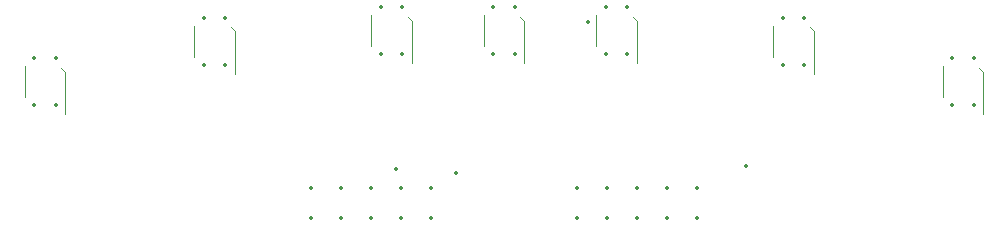
<source format=gbo>
%TF.GenerationSoftware,KiCad,Pcbnew,7.0.2*%
%TF.CreationDate,2023-11-09T20:28:48+01:00*%
%TF.ProjectId,Sensors,53656e73-6f72-4732-9e6b-696361645f70,rev?*%
%TF.SameCoordinates,Original*%
%TF.FileFunction,Legend,Bot*%
%TF.FilePolarity,Positive*%
%FSLAX46Y46*%
G04 Gerber Fmt 4.6, Leading zero omitted, Abs format (unit mm)*
G04 Created by KiCad (PCBNEW 7.0.2) date 2023-11-09 20:28:48*
%MOMM*%
%LPD*%
G01*
G04 APERTURE LIST*
%ADD10C,0.120000*%
%ADD11C,0.350000*%
G04 APERTURE END LIST*
D10*
%TO.C,U4*%
X152088000Y-77001000D02*
X152088000Y-80581000D01*
X151758000Y-76671000D02*
X152088000Y-77001000D01*
X148648000Y-79151000D02*
X148648000Y-76551000D01*
%TO.C,U2*%
X127577000Y-77890000D02*
X127577000Y-81470000D01*
X127247000Y-77560000D02*
X127577000Y-77890000D01*
X124137000Y-80040000D02*
X124137000Y-77440000D01*
%TO.C,U7*%
X190950000Y-81319000D02*
X190950000Y-84899000D01*
X190620000Y-80989000D02*
X190950000Y-81319000D01*
X187510000Y-83469000D02*
X187510000Y-80869000D01*
%TO.C,U6*%
X176599000Y-77890000D02*
X176599000Y-81470000D01*
X176269000Y-77560000D02*
X176599000Y-77890000D01*
X173159000Y-80040000D02*
X173159000Y-77440000D01*
%TO.C,U1*%
X113226000Y-81319000D02*
X113226000Y-84899000D01*
X112896000Y-80989000D02*
X113226000Y-81319000D01*
X109786000Y-83469000D02*
X109786000Y-80869000D01*
%TO.C,U5*%
X161613000Y-77001000D02*
X161613000Y-80581000D01*
X161283000Y-76671000D02*
X161613000Y-77001000D01*
X158173000Y-79151000D02*
X158173000Y-76551000D01*
%TO.C,U3*%
X142563000Y-77001000D02*
X142563000Y-80581000D01*
X142233000Y-76671000D02*
X142563000Y-77001000D01*
X139123000Y-79151000D02*
X139123000Y-76551000D01*
%TD*%
D11*
X170815000Y-89281000D03*
X157480000Y-77089000D03*
X141224000Y-89535000D03*
X146304000Y-89916000D03*
X144145000Y-91123000D03*
X144145000Y-93663000D03*
X141605000Y-91123000D03*
X141605000Y-93663000D03*
X139065000Y-91123000D03*
X139065000Y-93663000D03*
X136525000Y-91123000D03*
X136525000Y-93663000D03*
X133985000Y-91123000D03*
X133985000Y-93663000D03*
X156520000Y-93660000D03*
X156520000Y-91120000D03*
X159060000Y-93660000D03*
X159060000Y-91120000D03*
X161600000Y-93660000D03*
X161600000Y-91120000D03*
X164140000Y-93660000D03*
X164140000Y-91120000D03*
X166680000Y-93660000D03*
X166680000Y-91120000D03*
X151268000Y-79851000D03*
X151268000Y-75851000D03*
X149468000Y-79851000D03*
X149468000Y-75851000D03*
X126757000Y-80740000D03*
X126757000Y-76740000D03*
X124957000Y-80740000D03*
X124957000Y-76740000D03*
X190130000Y-84169000D03*
X190130000Y-80169000D03*
X188330000Y-84169000D03*
X188330000Y-80169000D03*
X175779000Y-80740000D03*
X175779000Y-76740000D03*
X173979000Y-80740000D03*
X173979000Y-76740000D03*
X112406000Y-84169000D03*
X112406000Y-80169000D03*
X110606000Y-84169000D03*
X110606000Y-80169000D03*
X160793000Y-79851000D03*
X160793000Y-75851000D03*
X158993000Y-79851000D03*
X158993000Y-75851000D03*
X141743000Y-79851000D03*
X141743000Y-75851000D03*
X139943000Y-79851000D03*
X139943000Y-75851000D03*
M02*

</source>
